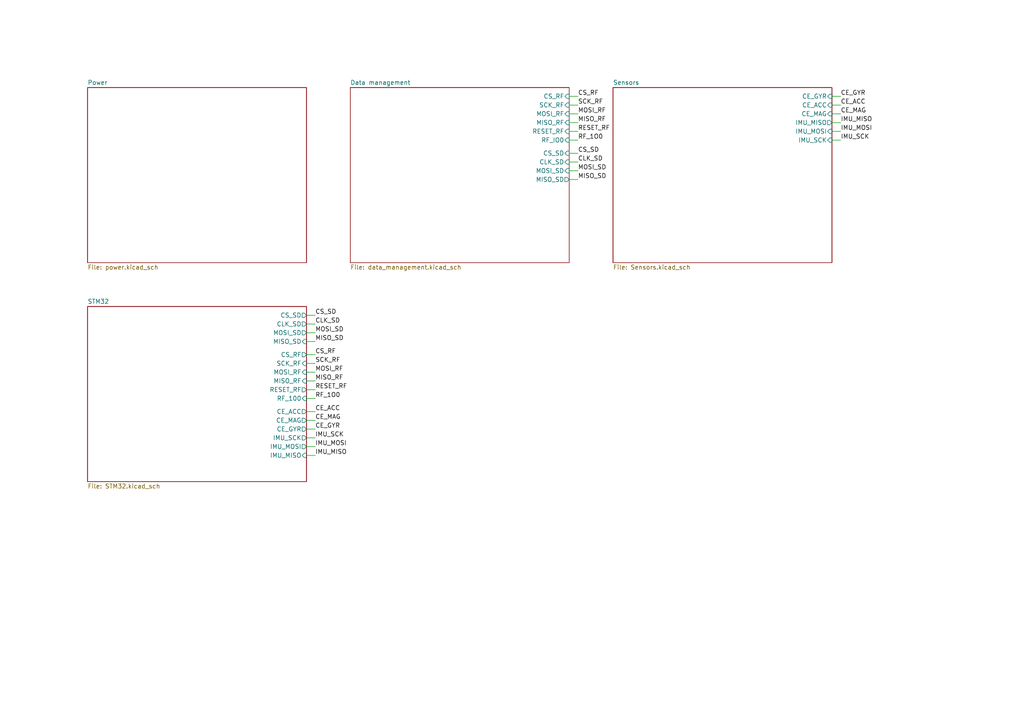
<source format=kicad_sch>
(kicad_sch (version 20230121) (generator eeschema)
  (paper "A4")
  (lib_symbols)
  (wire (pts (xy 88.9 102.87) (xy 91.44 102.87)))
  (wire (pts (xy 165.1 27.94) (xy 167.64 27.94)))
  (wire (pts (xy 88.9 132.08) (xy 91.44 132.08)))
  (wire (pts (xy 165.1 44.45) (xy 167.64 44.45)))
  (wire (pts (xy 88.9 129.54) (xy 91.44 129.54)))
  (wire (pts (xy 241.3 30.48) (xy 243.84 30.48)))
  (wire (pts (xy 88.9 115.57) (xy 91.44 115.57)))
  (wire (pts (xy 88.9 93.98) (xy 91.44 93.98)))
  (wire (pts (xy 88.9 113.03) (xy 91.44 113.03)))
  (wire (pts (xy 241.3 38.1) (xy 243.84 38.1)))
  (wire (pts (xy 88.9 119.38) (xy 91.44 119.38)))
  (wire (pts (xy 88.9 124.46) (xy 91.44 124.46)))
  (wire (pts (xy 88.9 91.44) (xy 91.44 91.44)))
  (wire (pts (xy 241.3 40.64) (xy 243.84 40.64)))
  (wire (pts (xy 88.9 99.06) (xy 91.44 99.06)))
  (wire (pts (xy 88.9 107.95) (xy 91.44 107.95)))
  (wire (pts (xy 165.1 49.53) (xy 167.64 49.53)))
  (wire (pts (xy 165.1 46.99) (xy 167.64 46.99)))
  (wire (pts (xy 165.1 35.56) (xy 167.64 35.56)))
  (wire (pts (xy 88.9 127) (xy 91.44 127)))
  (wire (pts (xy 88.9 96.52) (xy 91.44 96.52)))
  (wire (pts (xy 88.9 121.92) (xy 91.44 121.92)))
  (wire (pts (xy 241.3 33.02) (xy 243.84 33.02)))
  (wire (pts (xy 88.9 110.49) (xy 91.44 110.49)))
  (wire (pts (xy 165.1 52.07) (xy 167.64 52.07)))
  (wire (pts (xy 165.1 38.1) (xy 167.64 38.1)))
  (wire (pts (xy 165.1 30.48) (xy 167.64 30.48)))
  (wire (pts (xy 241.3 35.56) (xy 243.84 35.56)))
  (wire (pts (xy 88.9 105.41) (xy 91.44 105.41)))
  (wire (pts (xy 165.1 33.02) (xy 167.64 33.02)))
  (wire (pts (xy 241.3 27.94) (xy 243.84 27.94)))
  (wire (pts (xy 165.1 40.64) (xy 167.64 40.64)))
  (label "CS_SD" (at 91.44 91.44 0))
  (label "SCK_RF" (at 167.64 30.48 0))
  (label "MISO_RF" (at 167.64 35.56 0))
  (label "RESET_RF" (at 167.64 38.1 0))
  (label "IMU_MISO" (at 91.44 132.08 0))
  (label "IMU_SCK" (at 91.44 127 0))
  (label "MISO_SD" (at 91.44 99.06 0))
  (label "CS_RF" (at 91.44 102.87 0))
  (label "MOSI_SD" (at 167.64 49.53 0))
  (label "IMU_SCK" (at 243.84 40.64 0))
  (label "MISO_RF" (at 91.44 110.49 0))
  (label "CE_MAG" (at 91.44 121.92 0))
  (label "MISO_SD" (at 167.64 52.07 0))
  (label "CE_ACC" (at 243.84 30.48 0))
  (label "IMU_MISO" (at 243.84 35.56 0))
  (label "CE_ACC" (at 91.44 119.38 0))
  (label "SCK_RF" (at 91.44 105.41 0))
  (label "IMU_MOSI" (at 243.84 38.1 0))
  (label "MOSI_RF" (at 167.64 33.02 0))
  (label "CE_MAG" (at 243.84 33.02 0))
  (label "CS_SD" (at 167.64 44.45 0))
  (label "CLK_SD" (at 91.44 93.98 0))
  (label "RESET_RF" (at 91.44 113.03 0))
  (label "MOSI_SD" (at 91.44 96.52 0))
  (label "IMU_MOSI" (at 91.44 129.54 0))
  (label "MOSI_RF" (at 91.44 107.95 0))
  (label "RF_1O0" (at 91.44 115.57 0))
  (label "CS_RF" (at 167.64 27.94 0))
  (label "CE_GYR" (at 91.44 124.46 0))
  (label "CLK_SD" (at 167.64 46.99 0))
  (label "RF_1O0" (at 167.64 40.64 0))
  (label "CE_GYR" (at 243.84 27.94 0))
  (sheet (at 25.4 88.9) (size 63.5 50.8) (stroke (width 0.1524))
    (property "Sheetname" "STM32" (at 25.4 88.1884 0) (effects (justify left bottom)))
    (property "Sheetfile" "STM32.kicad_sch" (at 25.4 140.2846 0) (effects (justify left top)))
    (pin "CE_GYR" output (at 88.9 124.46 0))
    (pin "CE_MAG" output (at 88.9 121.92 0))
    (pin "CE_ACC" output (at 88.9 119.38 0))
    (pin "CLK_SD" output (at 88.9 93.98 0))
    (pin "MISO_SD" input (at 88.9 99.06 0))
    (pin "MOSI_SD" output (at 88.9 96.52 0))
    (pin "SCK_RF" input (at 88.9 105.41 0))
    (pin "MISO_RF" input (at 88.9 110.49 0))
    (pin "MOSI_RF" input (at 88.9 107.95 0))
    (pin "RESET_RF" output (at 88.9 113.03 0))
    (pin "CS_RF" output (at 88.9 102.87 0))
    (pin "CS_SD" output (at 88.9 91.44 0))
    (pin "RF_100" input (at 88.9 115.57 0))
    (pin "IMU_SCK" output (at 88.9 127 0))
    (pin "IMU_MISO" input (at 88.9 132.08 0))
    (pin "IMU_MOSI" output (at 88.9 129.54 0))
  )
  (sheet (at 25.4 25.4) (size 63.5 50.8) (stroke (width 0.1524))
    (property "Sheetname" "Power" (at 25.4 24.6884 0) (effects (justify left bottom)))
    (property "Sheetfile" "power.kicad_sch" (at 25.4 76.7846 0) (effects (justify left top)))
  )
  (sheet (at 101.6 25.4) (size 63.5 50.8) (stroke (width 0.1524))
    (property "Sheetname" "Data management" (at 101.6 24.6884 0) (effects (justify left bottom)))
    (property "Sheetfile" "data_management.kicad_sch" (at 101.6 76.7846 0) (effects (justify left top)))
    (pin "RF_IO0" input (at 165.1 40.64 0))
    (pin "SCK_RF" input (at 165.1 30.48 0))
    (pin "MOSI_RF" input (at 165.1 33.02 0))
    (pin "RESET_RF" input (at 165.1 38.1 0))
    (pin "CS_RF" input (at 165.1 27.94 0))
    (pin "MISO_RF" input (at 165.1 35.56 0))
    (pin "MISO_SD" output (at 165.1 52.07 0))
    (pin "MOSI_SD" input (at 165.1 49.53 0))
    (pin "CLK_SD" input (at 165.1 46.99 0))
    (pin "CS_SD" input (at 165.1 44.45 0))
  )
  (sheet (at 177.8 25.4) (size 63.5 50.8) (stroke (width 0.1524))
    (property "Sheetname" "Sensors" (at 177.8 24.6884 0) (effects (justify left bottom)))
    (property "Sheetfile" "Sensors.kicad_sch" (at 177.8 76.7846 0) (effects (justify left top)))
    (pin "CE_GYR" input (at 241.3 27.94 0))
    (pin "CE_ACC" input (at 241.3 30.48 0))
    (pin "CE_MAG" input (at 241.3 33.02 0))
    (pin "IMU_MISO" output (at 241.3 35.56 0))
    (pin "IMU_SCK" input (at 241.3 40.64 0))
    (pin "IMU_MOSI" input (at 241.3 38.1 0))
  )
)
</source>
